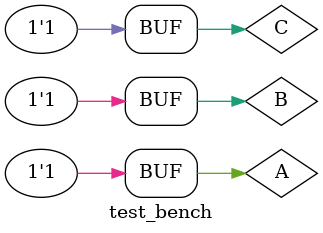
<source format=v>
`timescale 1ns / 1ps


module test_bench;

	// Inputs
	reg A;
	reg B;
	reg C;

	// Outputs
	wire F_structural;
	wire F_functional;
	wire F_behavioral;

	// Instantiate the Unit Under Test (UUT)
	simple_verilog uut (
		.A(A), 
		.B(B), 
		.C(C), 
		.F_structural(F_structural), 
		.F_functional(F_functional), 
		.F_behavioral(F_behavioral)
	);

	initial begin
		// Initialize Inputs
		A = 0;
		B = 0;
		C = 0;

		// Wait 100 ns for global reset to finish
		#100;
        
		// Add stimulus here
		A = 0; B = 0; C = 1; //001
		#50;
		
		A = 0; B = 1; C = 0;	//010
		#50;
	
		A = 0; B = 1; C = 1; //011
		#50;
		
		A = 1; B = 0; C = 0; //100
		#50;

		A = 1; B = 0; C = 1; //101
		#50;

		A = 1; B = 1; C = 0; //110
		#50;

		A = 1; B = 1; C = 1; //111
	end
      
endmodule


</source>
